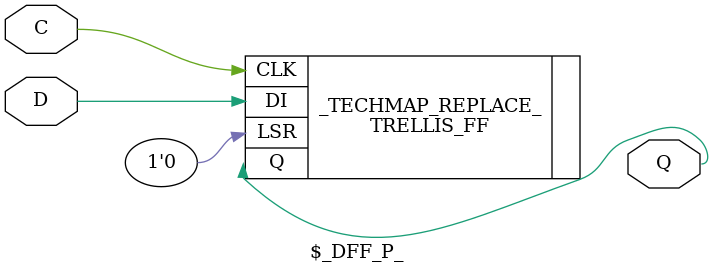
<source format=v>
module \$lut (A, Y);
	parameter WIDTH = 0;
	parameter LUT = 0;
	input [WIDTH-1:0] A;
	output Y;

	localparam rep = 1<<(4-WIDTH);
	wire [3:0] I;

	generate
		if(WIDTH == 1) begin
			assign I = {1'b0, 1'b0, 1'b0, A[0]};
		end else if(WIDTH == 2) begin
			assign I = {1'b0, 1'b0, A[1], A[0]};
		end else if(WIDTH == 3) begin
			assign I = {1'b0, A[2], A[1], A[0]};
		end else if(WIDTH == 4) begin
			assign I = {A[3], A[2], A[1], A[0]};
		end else begin
			wire _TECHMAP_FAIL_ = 1;
		end
	endgenerate

	LUT4 #(.INIT({rep{LUT}})) _TECHMAP_REPLACE_ (.A(I[0]), .B(I[1]), .C(I[2]), .D(I[3]), .Z(Y));
endmodule

// DFFs
module  \$_DFF_P_ (input D, C, output Q); TRELLIS_FF #(.CEMUX("1"), .CLKMUX("CLK"), .LSRMUX("LSR"), .REGSET("RESET")) _TECHMAP_REPLACE_ (.CLK(C), .LSR(1'b0), .DI(D), .Q(Q)); endmodule

`include "cells_io.vh"

</source>
